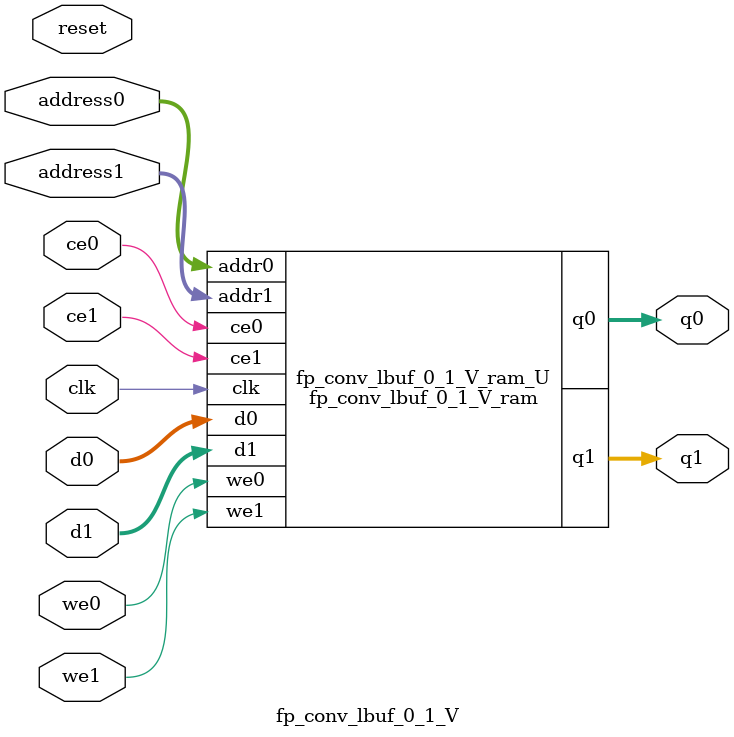
<source format=v>

`timescale 1 ns / 1 ps
module fp_conv_lbuf_0_1_V_ram (addr0, ce0, d0, we0, q0, addr1, ce1, d1, we1, q1,  clk);

parameter DWIDTH = 20;
parameter AWIDTH = 5;
parameter MEM_SIZE = 32;

input[AWIDTH-1:0] addr0;
input ce0;
input[DWIDTH-1:0] d0;
input we0;
output reg[DWIDTH-1:0] q0;
input[AWIDTH-1:0] addr1;
input ce1;
input[DWIDTH-1:0] d1;
input we1;
output reg[DWIDTH-1:0] q1;
input clk;

(* ram_style = "block" *)reg [DWIDTH-1:0] ram[0:MEM_SIZE-1];




always @(posedge clk)  
begin 
    if (ce0) 
    begin
        if (we0) 
        begin 
            ram[addr0] <= d0; 
            q0 <= d0;
        end 
        else 
            q0 <= ram[addr0];
    end
end


always @(posedge clk)  
begin 
    if (ce1) 
    begin
        if (we1) 
        begin 
            ram[addr1] <= d1; 
            q1 <= d1;
        end 
        else 
            q1 <= ram[addr1];
    end
end


endmodule


`timescale 1 ns / 1 ps
module fp_conv_lbuf_0_1_V(
    reset,
    clk,
    address0,
    ce0,
    we0,
    d0,
    q0,
    address1,
    ce1,
    we1,
    d1,
    q1);

parameter DataWidth = 32'd20;
parameter AddressRange = 32'd32;
parameter AddressWidth = 32'd5;
input reset;
input clk;
input[AddressWidth - 1:0] address0;
input ce0;
input we0;
input[DataWidth - 1:0] d0;
output[DataWidth - 1:0] q0;
input[AddressWidth - 1:0] address1;
input ce1;
input we1;
input[DataWidth - 1:0] d1;
output[DataWidth - 1:0] q1;



fp_conv_lbuf_0_1_V_ram fp_conv_lbuf_0_1_V_ram_U(
    .clk( clk ),
    .addr0( address0 ),
    .ce0( ce0 ),
    .we0( we0 ),
    .d0( d0 ),
    .q0( q0 ),
    .addr1( address1 ),
    .ce1( ce1 ),
    .we1( we1 ),
    .d1( d1 ),
    .q1( q1 ));

endmodule


</source>
